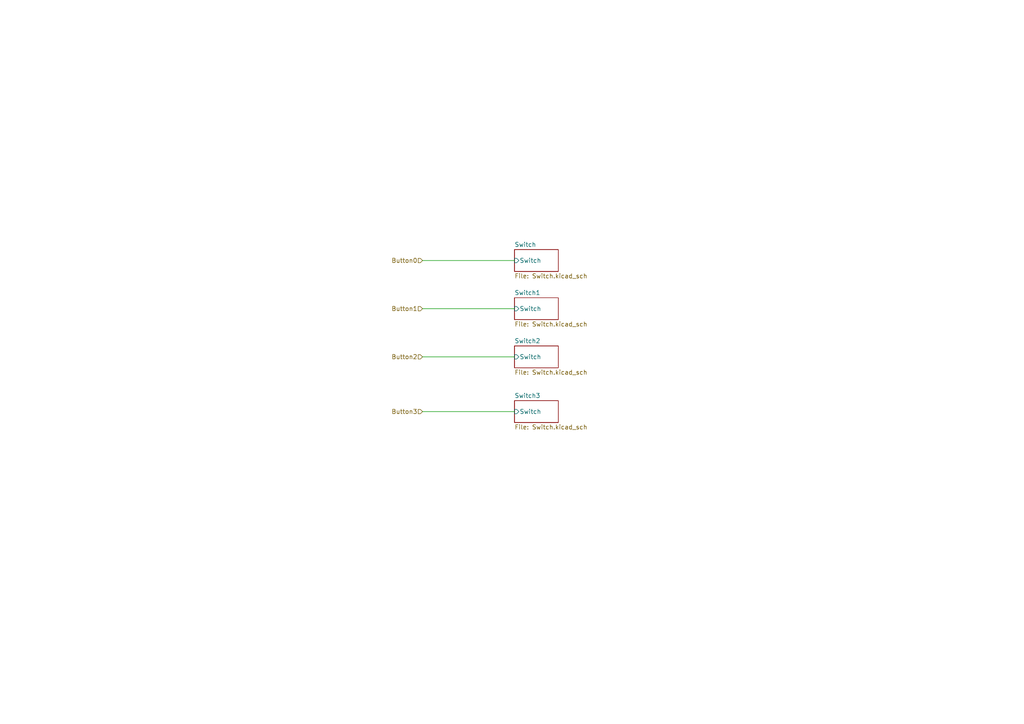
<source format=kicad_sch>
(kicad_sch (version 20230121) (generator eeschema)
  (paper "A4")
  (title_block (date "2023-02-20") (company "Szymon Przybył"))
  (lib_symbols)
  (wire (pts (xy 122.555 75.565) (xy 149.225 75.565)))
  (wire (pts (xy 122.555 119.38) (xy 149.225 119.38)))
  (wire (pts (xy 122.555 89.535) (xy 149.225 89.535)))
  (wire (pts (xy 122.555 103.505) (xy 149.225 103.505)))
  (hierarchical_label "Button2" (shape input) (at 122.555 103.505 180))
  (hierarchical_label "Button3" (shape input) (at 122.555 119.38 180))
  (hierarchical_label "Button0" (shape input) (at 122.555 75.565 180))
  (hierarchical_label "Button1" (shape input) (at 122.555 89.535 180))
  (sheet (at 149.225 86.36) (size 12.7 6.35) (stroke (width 0.1524))
    (property "Sheetname" "Switch1" (at 149.225 85.6484 0) (effects (justify left bottom)))
    (property "Sheetfile" "Switch.kicad_sch" (at 149.225 93.2946 0) (effects (justify left top)))
    (pin "Switch" input (at 149.225 89.535 180))
  )
  (sheet (at 149.225 72.39) (size 12.7 6.35) (stroke (width 0.1524))
    (property "Sheetname" "Switch" (at 149.225 71.6784 0) (effects (justify left bottom)))
    (property "Sheetfile" "Switch.kicad_sch" (at 149.225 79.3246 0) (effects (justify left top)))
    (pin "Switch" input (at 149.225 75.565 180))
  )
  (sheet (at 149.225 116.205) (size 12.7 6.35) (stroke (width 0.1524))
    (property "Sheetname" "Switch3" (at 149.225 115.4934 0) (effects (justify left bottom)))
    (property "Sheetfile" "Switch.kicad_sch" (at 149.225 123.1396 0) (effects (justify left top)))
    (pin "Switch" input (at 149.225 119.38 180))
  )
  (sheet (at 149.225 100.33) (size 12.7 6.35) (stroke (width 0.1524))
    (property "Sheetname" "Switch2" (at 149.225 99.6184 0) (effects (justify left bottom)))
    (property "Sheetfile" "Switch.kicad_sch" (at 149.225 107.2646 0) (effects (justify left top)))
    (pin "Switch" input (at 149.225 103.505 180))
  )
)
</source>
